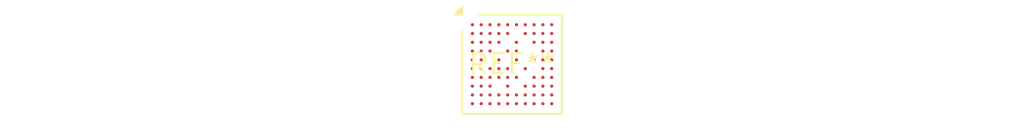
<source format=kicad_pcb>
(kicad_pcb (version 20240108) (generator pcbnew)
  (layers (0 "F.Cu" signal) (31 "B.Cu" signal) (34 "B.Paste" user) (35 "F.Paste" user) (36 "B.SilkS" user "B.Silkscreen") (37 "F.SilkS" user "F.Silkscreen") (38 "B.Mask" user) (39 "F.Mask" user) (44 "Edge.Cuts" user))
  (net 0 "")
  (footprint "VFBGA-86_6x6mm_Layout10x10_P0.55mm_Ball0.25mm_Pad0.2mm" (layer "F.Cu") (at 0 0)
    (property "Reference" "REF**")
    (property "Value" "VFBGA-86_6x6mm_Layout10x10_P0.55mm_Ball0.25mm_Pad0.2mm")
    (fp_line (start -3.11 3.11) (end -3.11 -2.11) (layer "F.SilkS") (stroke (width 0.12)))
    (fp_line (start -2.11 -3.11) (end 3.11 -3.11) (layer "F.SilkS") (stroke (width 0.12)))
    (fp_line (start 3.11 -3.11) (end 3.11 3.11) (layer "F.SilkS") (stroke (width 0.12)))
    (fp_line (start 3.11 3.11) (end -3.11 3.11) (layer "F.SilkS") (stroke (width 0.12)))
    (fp_poly (pts (xy -3.11 -3.11) (xy -3.61 -3.11) (xy -3.11 -3.61) (xy -3.11 -3.11)) (layer "F.SilkS") (stroke (width 0.12)) (fill solid))
    (pad "A1" smd circle (at -2.475 -2.475) (size 0.2 0.2) (property pad_prop_bga) (layers "F.Cu" "F.Paste" "F.Mask"))
    (pad "A2" smd circle (at -1.925 -2.475) (size 0.2 0.2) (property pad_prop_bga) (layers "F.Cu" "F.Paste" "F.Mask"))
    (pad "A3" smd circle (at -1.375 -2.475) (size 0.2 0.2) (property pad_prop_bga) (layers "F.Cu" "F.Paste" "F.Mask"))
    (pad "A4" smd circle (at -0.825 -2.475) (size 0.2 0.2) (property pad_prop_bga) (layers "F.Cu" "F.Paste" "F.Mask"))
    (pad "A5" smd circle (at -0.275 -2.475) (size 0.2 0.2) (property pad_prop_bga) (layers "F.Cu" "F.Paste" "F.Mask"))
    (pad "A6" smd circle (at 0.275 -2.475) (size 0.2 0.2) (property pad_prop_bga) (layers "F.Cu" "F.Paste" "F.Mask"))
    (pad "A7" smd circle (at 0.825 -2.475) (size 0.2 0.2) (property pad_prop_bga) (layers "F.Cu" "F.Paste" "F.Mask"))
    (pad "A8" smd circle (at 1.375 -2.475) (size 0.2 0.2) (property pad_prop_bga) (layers "F.Cu" "F.Paste" "F.Mask"))
    (pad "A9" smd circle (at 1.925 -2.475) (size 0.2 0.2) (property pad_prop_bga) (layers "F.Cu" "F.Paste" "F.Mask"))
    (pad "A10" smd circle (at 2.475 -2.475) (size 0.2 0.2) (property pad_prop_bga) (layers "F.Cu" "F.Paste" "F.Mask"))
    (pad "B1" smd circle (at -2.475 -1.925) (size 0.2 0.2) (property pad_prop_bga) (layers "F.Cu" "F.Paste" "F.Mask"))
    (pad "B2" smd circle (at -1.925 -1.925) (size 0.2 0.2) (property pad_prop_bga) (layers "F.Cu" "F.Paste" "F.Mask"))
    (pad "B3" smd circle (at -1.375 -1.925) (size 0.2 0.2) (property pad_prop_bga) (layers "F.Cu" "F.Paste" "F.Mask"))
    (pad "B4" smd circle (at -0.825 -1.925) (size 0.2 0.2) (property pad_prop_bga) (layers "F.Cu" "F.Paste" "F.Mask"))
    (pad "B5" smd circle (at -0.275 -1.925) (size 0.2 0.2) (property pad_prop_bga) (layers "F.Cu" "F.Paste" "F.Mask"))
    (pad "B7" smd circle (at 0.825 -1.925) (size 0.2 0.2) (property pad_prop_bga) (layers "F.Cu" "F.Paste" "F.Mask"))
    (pad "B8" smd circle (at 1.375 -1.925) (size 0.2 0.2) (property pad_prop_bga) (layers "F.Cu" "F.Paste" "F.Mask"))
    (pad "B9" smd circle (at 1.925 -1.925) (size 0.2 0.2) (property pad_prop_bga) (layers "F.Cu" "F.Paste" "F.Mask"))
    (pad "B10" smd circle (at 2.475 -1.925) (size 0.2 0.2) (property pad_prop_bga) (layers "F.Cu" "F.Paste" "F.Mask"))
    (pad "C1" smd circle (at -2.475 -1.375) (size 0.2 0.2) (property pad_prop_bga) (layers "F.Cu" "F.Paste" "F.Mask"))
    (pad "C2" smd circle (at -1.925 -1.375) (size 0.2 0.2) (property pad_prop_bga) (layers "F.Cu" "F.Paste" "F.Mask"))
    (pad "C3" smd circle (at -1.375 -1.375) (size 0.2 0.2) (property pad_prop_bga) (layers "F.Cu" "F.Paste" "F.Mask"))
    (pad "C4" smd circle (at -0.825 -1.375) (size 0.2 0.2) (property pad_prop_bga) (layers "F.Cu" "F.Paste" "F.Mask"))
    (pad "C6" smd circle (at 0.275 -1.375) (size 0.2 0.2) (property pad_prop_bga) (layers "F.Cu" "F.Paste" "F.Mask"))
    (pad "C8" smd circle (at 1.375 -1.375) (size 0.2 0.2) (property pad_prop_bga) (layers "F.Cu" "F.Paste" "F.Mask"))
    (pad "C9" smd circle (at 1.925 -1.375) (size 0.2 0.2) (property pad_prop_bga) (layers "F.Cu" "F.Paste" "F.Mask"))
    (pad "C10" smd circle (at 2.475 -1.375) (size 0.2 0.2) (property pad_prop_bga) (layers "F.Cu" "F.Paste" "F.Mask"))
    (pad "D1" smd circle (at -2.475 -0.825) (size 0.2 0.2) (property pad_prop_bga) (layers "F.Cu" "F.Paste" "F.Mask"))
    (pad "D2" smd circle (at -1.925 -0.825) (size 0.2 0.2) (property pad_prop_bga) (layers "F.Cu" "F.Paste" "F.Mask"))
    (pad "D3" smd circle (at -1.375 -0.825) (size 0.2 0.2) (property pad_prop_bga) (layers "F.Cu" "F.Paste" "F.Mask"))
    (pad "D5" smd circle (at -0.275 -0.825) (size 0.2 0.2) (property pad_prop_bga) (layers "F.Cu" "F.Paste" "F.Mask"))
    (pad "D6" smd circle (at 0.275 -0.825) (size 0.2 0.2) (property pad_prop_bga) (layers "F.Cu" "F.Paste" "F.Mask"))
    (pad "D9" smd circle (at 1.925 -0.825) (size 0.2 0.2) (property pad_prop_bga) (layers "F.Cu" "F.Paste" "F.Mask"))
    (pad "D10" smd circle (at 2.475 -0.825) (size 0.2 0.2) (property pad_prop_bga) (layers "F.Cu" "F.Paste" "F.Mask"))
    (pad "E1" smd circle (at -2.475 -0.275) (size 0.2 0.2) (property pad_prop_bga) (layers "F.Cu" "F.Paste" "F.Mask"))
    (pad "E2" smd circle (at -1.925 -0.275) (size 0.2 0.2) (property pad_prop_bga) (layers "F.Cu" "F.Paste" "F.Mask"))
    (pad "E4" smd circle (at -0.825 -0.275) (size 0.2 0.2) (property pad_prop_bga) (layers "F.Cu" "F.Paste" "F.Mask"))
    (pad "E6" smd circle (at 0.275 -0.275) (size 0.2 0.2) (property pad_prop_bga) (layers "F.Cu" "F.Paste" "F.Mask"))
    (pad "E8" smd circle (at 1.375 -0.275) (size 0.2 0.2) (property pad_prop_bga) (layers "F.Cu" "F.Paste" "F.Mask"))
    (pad "E9" smd circle (at 1.925 -0.275) (size 0.2 0.2) (property pad_prop_bga) (layers "F.Cu" "F.Paste" "F.Mask"))
    (pad "E10" smd circle (at 2.475 -0.275) (size 0.2 0.2) (property pad_prop_bga) (layers "F.Cu" "F.Paste" "F.Mask"))
    (pad "F1" smd circle (at -2.475 0.275) (size 0.2 0.2) (property pad_prop_bga) (layers "F.Cu" "F.Paste" "F.Mask"))
    (pad "F2" smd circle (at -1.925 0.275) (size 0.2 0.2) (property pad_prop_bga) (layers "F.Cu" "F.Paste" "F.Mask"))
    (pad "F3" smd circle (at -1.375 0.275) (size 0.2 0.2) (property pad_prop_bga) (layers "F.Cu" "F.Paste" "F.Mask"))
    (pad "F4" smd circle (at -0.825 0.275) (size 0.2 0.2) (property pad_prop_bga) (layers "F.Cu" "F.Paste" "F.Mask"))
    (pad "F5" smd circle (at -0.275 0.275) (size 0.2 0.2) (property pad_prop_bga) (layers "F.Cu" "F.Paste" "F.Mask"))
    (pad "F7" smd circle (at 0.825 0.275) (size 0.2 0.2) (property pad_prop_bga) (layers "F.Cu" "F.Paste" "F.Mask"))
    (pad "F9" smd circle (at 1.925 0.275) (size 0.2 0.2) (property pad_prop_bga) (layers "F.Cu" "F.Paste" "F.Mask"))
    (pad "F10" smd circle (at 2.475 0.275) (size 0.2 0.2) (property pad_prop_bga) (layers "F.Cu" "F.Paste" "F.Mask"))
    (pad "G1" smd circle (at -2.475 0.825) (size 0.2 0.2) (property pad_prop_bga) (layers "F.Cu" "F.Paste" "F.Mask"))
    (pad "G2" smd circle (at -1.925 0.825) (size 0.2 0.2) (property pad_prop_bga) (layers "F.Cu" "F.Paste" "F.Mask"))
    (pad "G3" smd circle (at -1.375 0.825) (size 0.2 0.2) (property pad_prop_bga) (layers "F.Cu" "F.Paste" "F.Mask"))
    (pad "G4" smd circle (at -0.825 0.825) (size 0.2 0.2) (property pad_prop_bga) (layers "F.Cu" "F.Paste" "F.Mask"))
    (pad "G5" smd circle (at -0.275 0.825) (size 0.2 0.2) (property pad_prop_bga) (layers "F.Cu" "F.Paste" "F.Mask"))
    (pad "G6" smd circle (at 0.275 0.825) (size 0.2 0.2) (property pad_prop_bga) (layers "F.Cu" "F.Paste" "F.Mask"))
    (pad "G8" smd circle (at 1.375 0.825) (size 0.2 0.2) (property pad_prop_bga) (layers "F.Cu" "F.Paste" "F.Mask"))
    (pad "G9" smd circle (at 1.925 0.825) (size 0.2 0.2) (property pad_prop_bga) (layers "F.Cu" "F.Paste" "F.Mask"))
    (pad "G10" smd circle (at 2.475 0.825) (size 0.2 0.2) (property pad_prop_bga) (layers "F.Cu" "F.Paste" "F.Mask"))
    (pad "H1" smd circle (at -2.475 1.375) (size 0.2 0.2) (property pad_prop_bga) (layers "F.Cu" "F.Paste" "F.Mask"))
    (pad "H2" smd circle (at -1.925 1.375) (size 0.2 0.2) (property pad_prop_bga) (layers "F.Cu" "F.Paste" "F.Mask"))
    (pad "H3" smd circle (at -1.375 1.375) (size 0.2 0.2) (property pad_prop_bga) (layers "F.Cu" "F.Paste" "F.Mask"))
    (pad "H5" smd circle (at -0.275 1.375) (size 0.2 0.2) (property pad_prop_bga) (layers "F.Cu" "F.Paste" "F.Mask"))
    (pad "H7" smd circle (at 0.825 1.375) (size 0.2 0.2) (property pad_prop_bga) (layers "F.Cu" "F.Paste" "F.Mask"))
    (pad "H8" smd circle (at 1.375 1.375) (size 0.2 0.2) (property pad_prop_bga) (layers "F.Cu" "F.Paste" "F.Mask"))
    (pad "H9" smd circle (at 1.925 1.375) (size 0.2 0.2) (property pad_prop_bga) (layers "F.Cu" "F.Paste" "F.Mask"))
    (pad "H10" smd circle (at 2.475 1.375) (size 0.2 0.2) (property pad_prop_bga) (layers "F.Cu" "F.Paste" "F.Mask"))
    (pad "J1" smd circle (at -2.475 1.925) (size 0.2 0.2) (property pad_prop_bga) (layers "F.Cu" "F.Paste" "F.Mask"))
    (pad "J2" smd circle (at -1.925 1.925) (size 0.2 0.2) (property pad_prop_bga) (layers "F.Cu" "F.Paste" "F.Mask"))
    (pad "J3" smd circle (at -1.375 1.925) (size 0.2 0.2) (property pad_prop_bga) (layers "F.Cu" "F.Paste" "F.Mask"))
    (pad "J4" smd circle (at -0.825 1.925) (size 0.2 0.2) (property pad_prop_bga) (layers "F.Cu" "F.Paste" "F.Mask"))
    (pad "J5" smd circle (at -0.275 1.925) (size 0.2 0.2) (property pad_prop_bga) (layers "F.Cu" "F.Paste" "F.Mask"))
    (pad "J6" smd circle (at 0.275 1.925) (size 0.2 0.2) (property pad_prop_bga) (layers "F.Cu" "F.Paste" "F.Mask"))
    (pad "J7" smd circle (at 0.825 1.925) (size 0.2 0.2) (property pad_prop_bga) (layers "F.Cu" "F.Paste" "F.Mask"))
    (pad "J8" smd circle (at 1.375 1.925) (size 0.2 0.2) (property pad_prop_bga) (layers "F.Cu" "F.Paste" "F.Mask"))
    (pad "J9" smd circle (at 1.925 1.925) (size 0.2 0.2) (property pad_prop_bga) (layers "F.Cu" "F.Paste" "F.Mask"))
    (pad "J10" smd circle (at 2.475 1.925) (size 0.2 0.2) (property pad_prop_bga) (layers "F.Cu" "F.Paste" "F.Mask"))
    (pad "K1" smd circle (at -2.475 2.475) (size 0.2 0.2) (property pad_prop_bga) (layers "F.Cu" "F.Paste" "F.Mask"))
    (pad "K2" smd circle (at -1.925 2.475) (size 0.2 0.2) (property pad_prop_bga) (layers "F.Cu" "F.Paste" "F.Mask"))
    (pad "K3" smd circle (at -1.375 2.475) (size 0.2 0.2) (property pad_prop_bga) (layers "F.Cu" "F.Paste" "F.Mask"))
    (pad "K4" smd circle (at -0.825 2.475) (size 0.2 0.2) (property pad_prop_bga) (layers "F.Cu" "F.Paste" "F.Mask"))
    (pad "K5" smd circle (at -0.275 2.475) (size 0.2 0.2) (property pad_prop_bga) (layers "F.Cu" "F.Paste" "F.Mask"))
    (pad "K6" smd circle (at 0.275 2.475) (size 0.2 0.2) (property pad_prop_bga) (layers "F.Cu" "F.Paste" "F.Mask"))
    (pad "K7" smd circle (at 0.825 2.475) (size 0.2 0.2) (property pad_prop_bga) (layers "F.Cu" "F.Paste" "F.Mask"))
    (pad "K8" smd circle (at 1.375 2.475) (size 0.2 0.2) (property pad_prop_bga) (layers "F.Cu" "F.Paste" "F.Mask"))
    (pad "K9" smd circle (at 1.925 2.475) (size 0.2 0.2) (property pad_prop_bga) (layers "F.Cu" "F.Paste" "F.Mask"))
    (pad "K10" smd circle (at 2.475 2.475) (size 0.2 0.2) (property pad_prop_bga) (layers "F.Cu" "F.Paste" "F.Mask"))
  )
)
</source>
